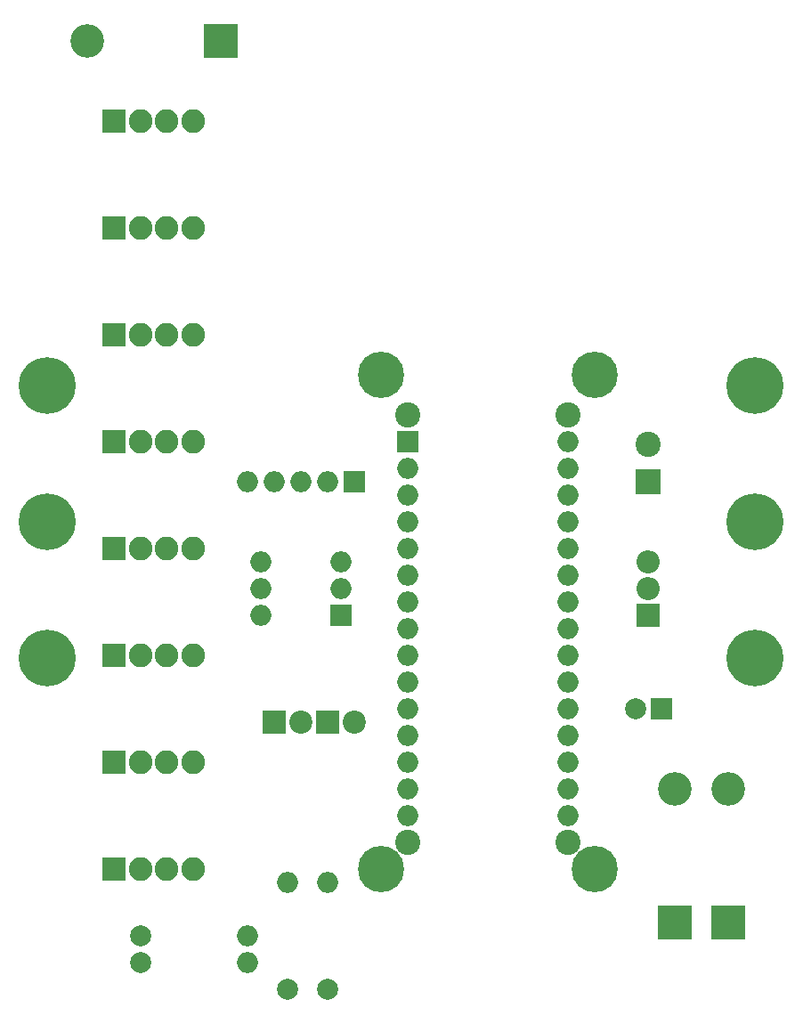
<source format=gts>
G04 #@! TF.FileFunction,Soldermask,Top*
%FSLAX46Y46*%
G04 Gerber Fmt 4.6, Leading zero omitted, Abs format (unit mm)*
G04 Created by KiCad (PCBNEW 4.0.7) date 03/09/18 13:05:57*
%MOMM*%
%LPD*%
G01*
G04 APERTURE LIST*
%ADD10C,0.200000*%
%ADD11R,2.200000X2.200000*%
%ADD12O,2.200000X2.200000*%
%ADD13R,3.200000X3.200000*%
%ADD14O,3.200000X3.200000*%
%ADD15R,2.400000X2.400000*%
%ADD16C,2.400000*%
%ADD17R,2.000000X2.000000*%
%ADD18O,2.000000X2.000000*%
%ADD19C,2.200000*%
%ADD20C,2.000000*%
%ADD21R,2.250000X2.250000*%
%ADD22C,2.250000*%
%ADD23C,5.400000*%
%ADD24C,4.400000*%
G04 APERTURE END LIST*
D10*
D11*
X191770000Y-125730000D03*
D12*
X191770000Y-123190000D03*
X191770000Y-120650000D03*
D13*
X199390000Y-154940000D03*
D14*
X199390000Y-142240000D03*
D15*
X191770000Y-113030000D03*
D16*
X191770000Y-109530000D03*
D17*
X163830000Y-113030000D03*
D18*
X161290000Y-113030000D03*
X158750000Y-113030000D03*
X156210000Y-113030000D03*
X153670000Y-113030000D03*
D11*
X156210000Y-135890000D03*
D19*
X158750000Y-135890000D03*
D11*
X161290000Y-135890000D03*
D19*
X163830000Y-135890000D03*
D20*
X157480000Y-161290000D03*
D18*
X157480000Y-151130000D03*
D20*
X161290000Y-161290000D03*
D18*
X161290000Y-151130000D03*
D17*
X193040000Y-134620000D03*
D20*
X190540000Y-134620000D03*
X143510000Y-158750000D03*
D18*
X153670000Y-158750000D03*
D20*
X143510000Y-156210000D03*
D18*
X153670000Y-156210000D03*
D13*
X194310000Y-154940000D03*
D14*
X194310000Y-142240000D03*
D13*
X151130000Y-71120000D03*
D14*
X138430000Y-71120000D03*
D17*
X162560000Y-125730000D03*
D18*
X154940000Y-120650000D03*
X162560000Y-123190000D03*
X154940000Y-123190000D03*
X162560000Y-120650000D03*
X154940000Y-125730000D03*
D21*
X140970000Y-78740000D03*
D22*
X143470000Y-78740000D03*
X145970000Y-78740000D03*
X148470000Y-78740000D03*
D21*
X140970000Y-88900000D03*
D22*
X143470000Y-88900000D03*
X145970000Y-88900000D03*
X148470000Y-88900000D03*
D21*
X140970000Y-99060000D03*
D22*
X143470000Y-99060000D03*
X145970000Y-99060000D03*
X148470000Y-99060000D03*
D21*
X140970000Y-109220000D03*
D22*
X143470000Y-109220000D03*
X145970000Y-109220000D03*
X148470000Y-109220000D03*
D21*
X140970000Y-119380000D03*
D22*
X143470000Y-119380000D03*
X145970000Y-119380000D03*
X148470000Y-119380000D03*
D21*
X140970000Y-129540000D03*
D22*
X143470000Y-129540000D03*
X145970000Y-129540000D03*
X148470000Y-129540000D03*
D21*
X140970000Y-149860000D03*
D22*
X143470000Y-149860000D03*
X145970000Y-149860000D03*
X148470000Y-149860000D03*
D21*
X140970000Y-139700000D03*
D22*
X143470000Y-139700000D03*
X145970000Y-139700000D03*
X148470000Y-139700000D03*
D23*
X134620000Y-116840000D03*
X134620000Y-103886000D03*
X134620000Y-129794000D03*
X201930000Y-116840000D03*
X201930000Y-103886000D03*
X201930000Y-129794000D03*
D24*
X166370000Y-149860000D03*
X186690000Y-149860000D03*
X166370000Y-102870000D03*
X186690000Y-102870000D03*
D17*
X168910000Y-109220000D03*
D18*
X184150000Y-142240000D03*
X168910000Y-111760000D03*
X184150000Y-139700000D03*
X168910000Y-114300000D03*
X184150000Y-137160000D03*
X168910000Y-116840000D03*
X184150000Y-134620000D03*
X168910000Y-119380000D03*
X184150000Y-132080000D03*
X168910000Y-121920000D03*
X184150000Y-129540000D03*
X168910000Y-124460000D03*
X184150000Y-127000000D03*
X168910000Y-127000000D03*
X184150000Y-124460000D03*
X168910000Y-129540000D03*
X184150000Y-121920000D03*
X168910000Y-132080000D03*
X184150000Y-119380000D03*
X168910000Y-134620000D03*
X184150000Y-116840000D03*
X168910000Y-137160000D03*
X184150000Y-114300000D03*
X168910000Y-139700000D03*
X184150000Y-111760000D03*
X168910000Y-142240000D03*
X184150000Y-109220000D03*
X168910000Y-144780000D03*
X184150000Y-144780000D03*
D16*
X168910000Y-106680000D03*
X184150000Y-106680000D03*
X184150000Y-147320000D03*
X168910000Y-147320000D03*
M02*

</source>
